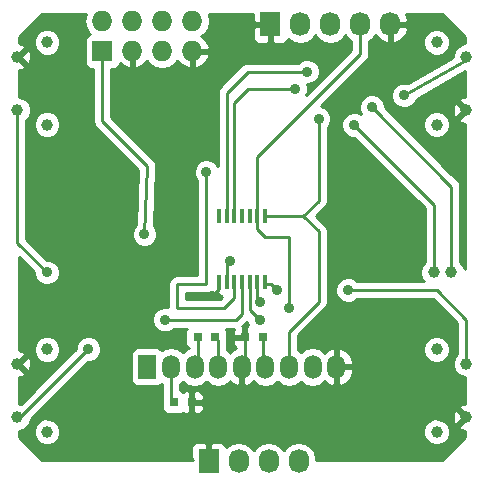
<source format=gtl>
G04 #@! TF.FileFunction,Copper,L1,Top,Signal*
%FSLAX46Y46*%
G04 Gerber Fmt 4.6, Leading zero omitted, Abs format (unit mm)*
G04 Created by KiCad (PCBNEW (2014-11-17 BZR 5289)-product) date Thu 22 Jan 2015 10:16:19 AM EST*
%MOMM*%
G01*
G04 APERTURE LIST*
%ADD10C,0.100000*%
%ADD11R,0.800000X0.750000*%
%ADD12R,1.727200X2.032000*%
%ADD13O,1.727200X2.032000*%
%ADD14R,1.727200X1.727200*%
%ADD15O,1.727200X1.727200*%
%ADD16C,1.000000*%
%ADD17R,0.299720X1.300480*%
%ADD18C,1.000760*%
%ADD19R,1.500000X2.032000*%
%ADD20O,1.500000X2.032000*%
%ADD21C,0.889000*%
%ADD22C,0.254000*%
G04 APERTURE END LIST*
D10*
D11*
X212250000Y-146000000D03*
X213750000Y-146000000D03*
X215750000Y-140500000D03*
X214250000Y-140500000D03*
X219750000Y-140500000D03*
X218250000Y-140500000D03*
D12*
X220420000Y-114000000D03*
D13*
X222960000Y-114000000D03*
X225500000Y-114000000D03*
X228040000Y-114000000D03*
X230580000Y-114000000D03*
D14*
X206190000Y-116270000D03*
D15*
X206190000Y-113730000D03*
X208730000Y-116270000D03*
X208730000Y-113730000D03*
X211270000Y-116270000D03*
X211270000Y-113730000D03*
X213810000Y-116270000D03*
X213810000Y-113730000D03*
D12*
X215190000Y-151000000D03*
D13*
X217730000Y-151000000D03*
X220270000Y-151000000D03*
X222810000Y-151000000D03*
D16*
X199000000Y-147250000D03*
X199000000Y-142750000D03*
X201500000Y-148500000D03*
X201500000Y-141500000D03*
X199000000Y-121250000D03*
X199000000Y-116750000D03*
X201500000Y-122500000D03*
X201500000Y-115500000D03*
X237000000Y-116750000D03*
X237000000Y-121250000D03*
X234500000Y-115500000D03*
X234500000Y-122500000D03*
X237000000Y-142750000D03*
X237000000Y-147250000D03*
X234500000Y-141500000D03*
X234500000Y-148500000D03*
D17*
X216069600Y-135794000D03*
X216704600Y-135794000D03*
X217365000Y-135794000D03*
X218000000Y-135794000D03*
X218660400Y-135794000D03*
X219308100Y-135794000D03*
X219955800Y-135794000D03*
X219955800Y-130206000D03*
X219308100Y-130206000D03*
X218660400Y-130206000D03*
X218000000Y-130206000D03*
X217352300Y-130206000D03*
X216704600Y-130206000D03*
X216056900Y-130206000D03*
D18*
X234250700Y-135000000D03*
X235749300Y-135000000D03*
D19*
X210000000Y-143000000D03*
D20*
X212000000Y-143000000D03*
X214000000Y-143000000D03*
X216000000Y-143000000D03*
X218000000Y-143000000D03*
X220000000Y-143000000D03*
X222000000Y-143000000D03*
X224000000Y-143000000D03*
X226000000Y-143000000D03*
D21*
X204000000Y-130500000D03*
X232500000Y-130500000D03*
X211500000Y-135000000D03*
X215500000Y-137000000D03*
X224500000Y-122000000D03*
X209750000Y-131750000D03*
X217000000Y-134000000D03*
X215000000Y-126500000D03*
X222000000Y-138000000D03*
X211500000Y-139000000D03*
X205000000Y-141500000D03*
X219500000Y-139000000D03*
X201500000Y-135000000D03*
X219500000Y-137500000D03*
X231750000Y-120000000D03*
X221000000Y-136500000D03*
X227000000Y-136500000D03*
X227500000Y-122500000D03*
X222500000Y-119500000D03*
X229000000Y-121000000D03*
X223500000Y-118000000D03*
D22*
X212000000Y-145750000D02*
X212250000Y-146000000D01*
X212000000Y-143000000D02*
X212000000Y-145750000D01*
X218250000Y-142750000D02*
X218000000Y-143000000D01*
X218250000Y-140500000D02*
X218250000Y-142750000D01*
X216069600Y-136430400D02*
X215500000Y-137000000D01*
X216069600Y-135794000D02*
X216069600Y-136430400D01*
X216000000Y-140750000D02*
X215750000Y-140500000D01*
X216000000Y-143000000D02*
X216000000Y-140750000D01*
X214250000Y-142750000D02*
X214000000Y-143000000D01*
X214250000Y-140500000D02*
X214250000Y-142750000D01*
X219750000Y-142750000D02*
X220000000Y-143000000D01*
X219750000Y-140500000D02*
X219750000Y-142750000D01*
X222000000Y-140000000D02*
X224500000Y-137500000D01*
X224500000Y-137500000D02*
X224500000Y-131500000D01*
X224500000Y-131500000D02*
X223206000Y-130206000D01*
X223206000Y-130206000D02*
X219955800Y-130206000D01*
X222000000Y-143000000D02*
X222000000Y-140000000D01*
X224500000Y-128912000D02*
X224500000Y-122000000D01*
X223206000Y-130206000D02*
X224500000Y-128912000D01*
X206190000Y-122190000D02*
X210000000Y-126000000D01*
X210000000Y-126000000D02*
X209750000Y-131750000D01*
X217000000Y-134000000D02*
X216704600Y-134295400D01*
X206190000Y-116270000D02*
X206190000Y-122190000D01*
X216704600Y-134295400D02*
X216704600Y-135794000D01*
X217365000Y-135794000D02*
X217365000Y-137135000D01*
X216500000Y-138000000D02*
X217365000Y-137135000D01*
X212500000Y-138000000D02*
X216500000Y-138000000D01*
X212500000Y-136000000D02*
X212500000Y-138000000D01*
X215000000Y-126500000D02*
X215000000Y-136000000D01*
X215000000Y-136000000D02*
X212500000Y-136000000D01*
X222000000Y-138000000D02*
X222000000Y-132000000D01*
X222000000Y-132000000D02*
X220000000Y-132000000D01*
X220000000Y-132000000D02*
X219308100Y-131308100D01*
X219308100Y-131308100D02*
X219308100Y-130206000D01*
X228040000Y-116500000D02*
X219308100Y-125231900D01*
X219308100Y-125231900D02*
X219308100Y-130206000D01*
X228040000Y-114000000D02*
X228040000Y-116500000D01*
X218000000Y-138500000D02*
X217500000Y-139000000D01*
X217500000Y-139000000D02*
X212000000Y-139000000D01*
X218000000Y-135794000D02*
X218000000Y-138500000D01*
X211500000Y-139000000D02*
X217500000Y-139000000D01*
X199250000Y-147250000D02*
X205000000Y-141500000D01*
X199000000Y-147250000D02*
X199250000Y-147250000D01*
X201500000Y-135000000D02*
X201500000Y-135000000D01*
X218660400Y-138160400D02*
X218660400Y-135794000D01*
X219500000Y-139000000D02*
X218660400Y-138160400D01*
X199000000Y-121250000D02*
X199000000Y-132500000D01*
X199000000Y-132500000D02*
X201500000Y-135000000D01*
X219308100Y-135794000D02*
X219308100Y-137308100D01*
X219500000Y-137500000D02*
X219308100Y-137308100D01*
X231750000Y-120000000D02*
X237000000Y-117000000D01*
X237000000Y-117000000D02*
X237000000Y-116750000D01*
X220000000Y-136000000D02*
X219955800Y-135794000D01*
X227000000Y-136500000D02*
X233500000Y-136500000D01*
X233500000Y-136500000D02*
X234000000Y-136500000D01*
X234000000Y-136500000D02*
X234500000Y-136500000D01*
X234500000Y-136500000D02*
X237000000Y-139000000D01*
X237000000Y-139000000D02*
X237000000Y-142750000D01*
X220000000Y-136000000D02*
X220500000Y-136000000D01*
X221000000Y-136500000D02*
X220500000Y-136000000D01*
X234250700Y-129250700D02*
X227500000Y-122500000D01*
X222500000Y-119500000D02*
X221000000Y-119500000D01*
X221000000Y-119500000D02*
X218500000Y-119500000D01*
X218500000Y-119500000D02*
X217352300Y-120647700D01*
X217352300Y-120647700D02*
X217352300Y-130206000D01*
X234250700Y-135000000D02*
X234250700Y-129250700D01*
X235749300Y-127749300D02*
X229000000Y-121000000D01*
X223500000Y-118000000D02*
X218500000Y-118000000D01*
X218500000Y-118000000D02*
X218000000Y-118500000D01*
X235749300Y-128500000D02*
X235749300Y-127749300D01*
X235749300Y-135000000D02*
X235749300Y-128500000D01*
X216704600Y-119795400D02*
X218500000Y-118000000D01*
X216704600Y-130206000D02*
X216704600Y-119795400D01*
G36*
X216343129Y-137079240D02*
X216184369Y-137238000D01*
X213262000Y-137238000D01*
X213262000Y-136762000D01*
X215000000Y-136762000D01*
X215291605Y-136703996D01*
X215329521Y-136678661D01*
X215381413Y-136803939D01*
X215560042Y-136982567D01*
X215793431Y-137079240D01*
X215835920Y-137079240D01*
X215994670Y-136920490D01*
X215994670Y-136751445D01*
X216016413Y-136803938D01*
X216195041Y-136982567D01*
X216214785Y-136990745D01*
X216303280Y-137079240D01*
X216343129Y-137079240D01*
X216343129Y-137079240D01*
G37*
X216343129Y-137079240D02*
X216184369Y-137238000D01*
X213262000Y-137238000D01*
X213262000Y-136762000D01*
X215000000Y-136762000D01*
X215291605Y-136703996D01*
X215329521Y-136678661D01*
X215381413Y-136803939D01*
X215560042Y-136982567D01*
X215793431Y-137079240D01*
X215835920Y-137079240D01*
X215994670Y-136920490D01*
X215994670Y-136751445D01*
X216016413Y-136803938D01*
X216195041Y-136982567D01*
X216214785Y-136990745D01*
X216303280Y-137079240D01*
X216343129Y-137079240D01*
G36*
X218534825Y-139490924D02*
X218377000Y-139648750D01*
X218377000Y-140373000D01*
X218397000Y-140373000D01*
X218397000Y-140627000D01*
X218377000Y-140627000D01*
X218377000Y-140647000D01*
X218123000Y-140647000D01*
X218123000Y-140627000D01*
X217373750Y-140627000D01*
X217215000Y-140785750D01*
X217215000Y-141001310D01*
X217311673Y-141234699D01*
X217490302Y-141413327D01*
X217537510Y-141432881D01*
X217110460Y-141664855D01*
X217017601Y-141779569D01*
X216979343Y-141722312D01*
X216762000Y-141577088D01*
X216762000Y-141056836D01*
X216785000Y-141001310D01*
X216785000Y-140748691D01*
X216785000Y-139998691D01*
X216688327Y-139765302D01*
X216685025Y-139762000D01*
X217314974Y-139762000D01*
X217311673Y-139765301D01*
X217215000Y-139998690D01*
X217215000Y-140214250D01*
X217373750Y-140373000D01*
X218123000Y-140373000D01*
X218123000Y-139648750D01*
X218023379Y-139549129D01*
X218038815Y-139538815D01*
X218420362Y-139157268D01*
X218420313Y-139213784D01*
X218534825Y-139490924D01*
X218534825Y-139490924D01*
G37*
X218534825Y-139490924D02*
X218377000Y-139648750D01*
X218377000Y-140373000D01*
X218397000Y-140373000D01*
X218397000Y-140627000D01*
X218377000Y-140627000D01*
X218377000Y-140647000D01*
X218123000Y-140647000D01*
X218123000Y-140627000D01*
X217373750Y-140627000D01*
X217215000Y-140785750D01*
X217215000Y-141001310D01*
X217311673Y-141234699D01*
X217490302Y-141413327D01*
X217537510Y-141432881D01*
X217110460Y-141664855D01*
X217017601Y-141779569D01*
X216979343Y-141722312D01*
X216762000Y-141577088D01*
X216762000Y-141056836D01*
X216785000Y-141001310D01*
X216785000Y-140748691D01*
X216785000Y-139998691D01*
X216688327Y-139765302D01*
X216685025Y-139762000D01*
X217314974Y-139762000D01*
X217311673Y-139765301D01*
X217215000Y-139998690D01*
X217215000Y-140214250D01*
X217373750Y-140373000D01*
X218123000Y-140373000D01*
X218123000Y-139648750D01*
X218023379Y-139549129D01*
X218038815Y-139538815D01*
X218420362Y-139157268D01*
X218420313Y-139213784D01*
X218534825Y-139490924D01*
G36*
X236873000Y-148947395D02*
X235635197Y-150185198D01*
X235635197Y-148275225D01*
X235635197Y-141275225D01*
X235462767Y-140857914D01*
X235143765Y-140538355D01*
X234726756Y-140365197D01*
X234275225Y-140364803D01*
X233857914Y-140537233D01*
X233538355Y-140856235D01*
X233365197Y-141273244D01*
X233364803Y-141724775D01*
X233537233Y-142142086D01*
X233856235Y-142461645D01*
X234273244Y-142634803D01*
X234724775Y-142635197D01*
X235142086Y-142462767D01*
X235461645Y-142143765D01*
X235634803Y-141726756D01*
X235635197Y-141275225D01*
X235635197Y-148275225D01*
X235462767Y-147857914D01*
X235143765Y-147538355D01*
X234726756Y-147365197D01*
X234275225Y-147364803D01*
X233857914Y-147537233D01*
X233538355Y-147856235D01*
X233365197Y-148273244D01*
X233364803Y-148724775D01*
X233537233Y-149142086D01*
X233856235Y-149461645D01*
X234273244Y-149634803D01*
X234724775Y-149635197D01*
X235142086Y-149462767D01*
X235461645Y-149143765D01*
X235634803Y-148726756D01*
X235635197Y-148275225D01*
X235635197Y-150185198D01*
X234947395Y-150873000D01*
X227385000Y-150873000D01*
X227385000Y-143393000D01*
X227385000Y-143127000D01*
X227385000Y-142873000D01*
X227385000Y-142607000D01*
X227230972Y-142086651D01*
X226889540Y-141664855D01*
X226412684Y-141405827D01*
X226341185Y-141391682D01*
X226127000Y-141514344D01*
X226127000Y-142873000D01*
X227385000Y-142873000D01*
X227385000Y-143127000D01*
X226127000Y-143127000D01*
X226127000Y-144485656D01*
X226341185Y-144608318D01*
X226412684Y-144594173D01*
X226889540Y-144335145D01*
X227230972Y-143913349D01*
X227385000Y-143393000D01*
X227385000Y-150873000D01*
X224308600Y-150873000D01*
X224308600Y-150815255D01*
X224194526Y-150241766D01*
X223869670Y-149755585D01*
X223383489Y-149430729D01*
X222810000Y-149316655D01*
X222236511Y-149430729D01*
X221750330Y-149755585D01*
X221540000Y-150070365D01*
X221329670Y-149755585D01*
X220843489Y-149430729D01*
X220270000Y-149316655D01*
X219696511Y-149430729D01*
X219210330Y-149755585D01*
X219000000Y-150070365D01*
X218789670Y-149755585D01*
X218303489Y-149430729D01*
X217730000Y-149316655D01*
X217156511Y-149430729D01*
X216670330Y-149755585D01*
X216655500Y-149777779D01*
X216591927Y-149624301D01*
X216413298Y-149445673D01*
X216179909Y-149349000D01*
X215475750Y-149349000D01*
X215317000Y-149507750D01*
X215317000Y-150873000D01*
X215063000Y-150873000D01*
X215063000Y-149507750D01*
X214904250Y-149349000D01*
X214785000Y-149349000D01*
X214785000Y-146501310D01*
X214785000Y-146285750D01*
X214785000Y-145714250D01*
X214785000Y-145498690D01*
X214688327Y-145265301D01*
X214509698Y-145086673D01*
X214276309Y-144990000D01*
X214035750Y-144990000D01*
X213877000Y-145148750D01*
X213877000Y-145873000D01*
X214626250Y-145873000D01*
X214785000Y-145714250D01*
X214785000Y-146285750D01*
X214626250Y-146127000D01*
X213877000Y-146127000D01*
X213877000Y-146851250D01*
X214035750Y-147010000D01*
X214276309Y-147010000D01*
X214509698Y-146913327D01*
X214688327Y-146734699D01*
X214785000Y-146501310D01*
X214785000Y-149349000D01*
X214200091Y-149349000D01*
X213966702Y-149445673D01*
X213788073Y-149624301D01*
X213691400Y-149857690D01*
X213691400Y-150110309D01*
X213691400Y-150714250D01*
X213850148Y-150872998D01*
X213691400Y-150872998D01*
X213691400Y-150873000D01*
X202635197Y-150873000D01*
X202635197Y-148275225D01*
X202462767Y-147857914D01*
X202143765Y-147538355D01*
X201726756Y-147365197D01*
X201275225Y-147364803D01*
X200857914Y-147537233D01*
X200538355Y-147856235D01*
X200365197Y-148273244D01*
X200364803Y-148724775D01*
X200537233Y-149142086D01*
X200856235Y-149461645D01*
X201273244Y-149634803D01*
X201724775Y-149635197D01*
X202142086Y-149462767D01*
X202461645Y-149143765D01*
X202634803Y-148726756D01*
X202635197Y-148275225D01*
X202635197Y-150873000D01*
X201052605Y-150873000D01*
X199127000Y-148947395D01*
X199127000Y-148385111D01*
X199224775Y-148385197D01*
X199642086Y-148212767D01*
X199961645Y-147893765D01*
X200134803Y-147476756D01*
X200134832Y-147442797D01*
X204998130Y-142579499D01*
X205213784Y-142579687D01*
X205610689Y-142415689D01*
X205914622Y-142112286D01*
X206079313Y-141715668D01*
X206079687Y-141286216D01*
X205915689Y-140889311D01*
X205612286Y-140585378D01*
X205215668Y-140420687D01*
X204786216Y-140420313D01*
X204389311Y-140584311D01*
X204085378Y-140887714D01*
X203920687Y-141284332D01*
X203920497Y-141501872D01*
X202635197Y-142787172D01*
X202635197Y-141275225D01*
X202635197Y-122275225D01*
X202635197Y-115275225D01*
X202462767Y-114857914D01*
X202143765Y-114538355D01*
X201726756Y-114365197D01*
X201275225Y-114364803D01*
X200857914Y-114537233D01*
X200538355Y-114856235D01*
X200365197Y-115273244D01*
X200364803Y-115724775D01*
X200537233Y-116142086D01*
X200856235Y-116461645D01*
X201273244Y-116634803D01*
X201724775Y-116635197D01*
X202142086Y-116462767D01*
X202461645Y-116143765D01*
X202634803Y-115726756D01*
X202635197Y-115275225D01*
X202635197Y-122275225D01*
X202462767Y-121857914D01*
X202143765Y-121538355D01*
X201726756Y-121365197D01*
X201275225Y-121364803D01*
X200857914Y-121537233D01*
X200538355Y-121856235D01*
X200365197Y-122273244D01*
X200364803Y-122724775D01*
X200537233Y-123142086D01*
X200856235Y-123461645D01*
X201273244Y-123634803D01*
X201724775Y-123635197D01*
X202142086Y-123462767D01*
X202461645Y-123143765D01*
X202634803Y-122726756D01*
X202635197Y-122275225D01*
X202635197Y-141275225D01*
X202462767Y-140857914D01*
X202143765Y-140538355D01*
X201726756Y-140365197D01*
X201275225Y-140364803D01*
X200857914Y-140537233D01*
X200538355Y-140856235D01*
X200365197Y-141273244D01*
X200364803Y-141724775D01*
X200537233Y-142142086D01*
X200856235Y-142461645D01*
X201273244Y-142634803D01*
X201724775Y-142635197D01*
X202142086Y-142462767D01*
X202461645Y-142143765D01*
X202634803Y-141726756D01*
X202635197Y-141275225D01*
X202635197Y-142787172D01*
X200148112Y-145274257D01*
X200148112Y-142895028D01*
X200116217Y-142444625D01*
X200005217Y-142176648D01*
X199790104Y-142139501D01*
X199179605Y-142750000D01*
X199790104Y-143360499D01*
X200005217Y-143323352D01*
X200148112Y-142895028D01*
X200148112Y-145274257D01*
X199283578Y-146138791D01*
X199226756Y-146115197D01*
X199127000Y-146115109D01*
X199127000Y-143878848D01*
X199305375Y-143866217D01*
X199573352Y-143755217D01*
X199610499Y-143540104D01*
X199127000Y-143056605D01*
X199127000Y-142443395D01*
X199610499Y-141959896D01*
X199573352Y-141744783D01*
X199145028Y-141601888D01*
X199127000Y-141603164D01*
X199127000Y-133704630D01*
X200420500Y-134998130D01*
X200420313Y-135213784D01*
X200584311Y-135610689D01*
X200887714Y-135914622D01*
X201284332Y-136079313D01*
X201713784Y-136079687D01*
X202110689Y-135915689D01*
X202414622Y-135612286D01*
X202579313Y-135215668D01*
X202579687Y-134786216D01*
X202415689Y-134389311D01*
X202112286Y-134085378D01*
X201715668Y-133920687D01*
X201498127Y-133920497D01*
X200148112Y-132570482D01*
X200148112Y-116895028D01*
X200116217Y-116444625D01*
X200005217Y-116176648D01*
X199790104Y-116139501D01*
X199179605Y-116750000D01*
X199790104Y-117360499D01*
X200005217Y-117323352D01*
X200148112Y-116895028D01*
X200148112Y-132570482D01*
X199762000Y-132184370D01*
X199762000Y-122093062D01*
X199961645Y-121893765D01*
X200134803Y-121476756D01*
X200135197Y-121025225D01*
X199962767Y-120607914D01*
X199643765Y-120288355D01*
X199226756Y-120115197D01*
X199127000Y-120115109D01*
X199127000Y-117878848D01*
X199305375Y-117866217D01*
X199573352Y-117755217D01*
X199610499Y-117540104D01*
X199127000Y-117056605D01*
X199127000Y-116443395D01*
X199610499Y-115959896D01*
X199573352Y-115744783D01*
X199145028Y-115601888D01*
X199127000Y-115603164D01*
X199127000Y-115052605D01*
X201052605Y-113127000D01*
X204795833Y-113127000D01*
X204776115Y-113156511D01*
X204662041Y-113730000D01*
X204776115Y-114303489D01*
X205100971Y-114789670D01*
X205122023Y-114803736D01*
X204966702Y-114868073D01*
X204788073Y-115046701D01*
X204691400Y-115280090D01*
X204691400Y-115532709D01*
X204691400Y-117259909D01*
X204788073Y-117493298D01*
X204966701Y-117671927D01*
X205200090Y-117768600D01*
X205428000Y-117768600D01*
X205428000Y-122190000D01*
X205486004Y-122481605D01*
X205651185Y-122728815D01*
X209224158Y-126301789D01*
X209022000Y-130951416D01*
X208835378Y-131137714D01*
X208670687Y-131534332D01*
X208670313Y-131963784D01*
X208834311Y-132360689D01*
X209137714Y-132664622D01*
X209534332Y-132829313D01*
X209963784Y-132829687D01*
X210360689Y-132665689D01*
X210664622Y-132362286D01*
X210829313Y-131965668D01*
X210829687Y-131536216D01*
X210665689Y-131139311D01*
X210544547Y-131017958D01*
X210761281Y-126033099D01*
X210758720Y-126016485D01*
X210762000Y-126000000D01*
X210736166Y-125870127D01*
X210715998Y-125739250D01*
X210707275Y-125724881D01*
X210703996Y-125708396D01*
X210630425Y-125598289D01*
X210561711Y-125485098D01*
X210548155Y-125475162D01*
X210538816Y-125461185D01*
X206952000Y-121874369D01*
X206952000Y-117768600D01*
X207179909Y-117768600D01*
X207413298Y-117671927D01*
X207591927Y-117493299D01*
X207674528Y-117293880D01*
X207841510Y-117476821D01*
X208370973Y-117724968D01*
X208603000Y-117604469D01*
X208603000Y-116397000D01*
X208583000Y-116397000D01*
X208583000Y-116143000D01*
X208603000Y-116143000D01*
X208603000Y-116123000D01*
X208857000Y-116123000D01*
X208857000Y-116143000D01*
X208877000Y-116143000D01*
X208877000Y-116397000D01*
X208857000Y-116397000D01*
X208857000Y-117604469D01*
X209089027Y-117724968D01*
X209618490Y-117476821D01*
X210000007Y-117058839D01*
X210180971Y-117329670D01*
X210667152Y-117654526D01*
X211240641Y-117768600D01*
X211299359Y-117768600D01*
X211872848Y-117654526D01*
X212359029Y-117329670D01*
X212539992Y-117058839D01*
X212921510Y-117476821D01*
X213450973Y-117724968D01*
X213683000Y-117604469D01*
X213683000Y-116397000D01*
X213663000Y-116397000D01*
X213663000Y-116143000D01*
X213683000Y-116143000D01*
X213683000Y-116123000D01*
X213937000Y-116123000D01*
X213937000Y-116143000D01*
X215143817Y-116143000D01*
X215264958Y-115910974D01*
X215092688Y-115495053D01*
X214698490Y-115063179D01*
X214575771Y-115005663D01*
X214899029Y-114789670D01*
X215223885Y-114303489D01*
X215337959Y-113730000D01*
X215223885Y-113156511D01*
X215204166Y-113127000D01*
X218921400Y-113127000D01*
X218921400Y-113714250D01*
X219080150Y-113873000D01*
X220293000Y-113873000D01*
X220293000Y-113853000D01*
X220547000Y-113853000D01*
X220547000Y-113873000D01*
X220567000Y-113873000D01*
X220567000Y-114127000D01*
X220547000Y-114127000D01*
X220547000Y-115492250D01*
X220705750Y-115651000D01*
X221409909Y-115651000D01*
X221643298Y-115554327D01*
X221821927Y-115375699D01*
X221885500Y-115222220D01*
X221900330Y-115244415D01*
X222386511Y-115569271D01*
X222960000Y-115683345D01*
X223533489Y-115569271D01*
X224019670Y-115244415D01*
X224230000Y-114929634D01*
X224440330Y-115244415D01*
X224926511Y-115569271D01*
X225500000Y-115683345D01*
X226073489Y-115569271D01*
X226559670Y-115244415D01*
X226770000Y-114929634D01*
X226980330Y-115244415D01*
X227278000Y-115443311D01*
X227278000Y-116184369D01*
X223460450Y-120001918D01*
X223579313Y-119715668D01*
X223579687Y-119286216D01*
X223494271Y-119079495D01*
X223713784Y-119079687D01*
X224110689Y-118915689D01*
X224414622Y-118612286D01*
X224579313Y-118215668D01*
X224579687Y-117786216D01*
X224415689Y-117389311D01*
X224112286Y-117085378D01*
X223715668Y-116920687D01*
X223286216Y-116920313D01*
X222889311Y-117084311D01*
X222735353Y-117238000D01*
X220293000Y-117238000D01*
X220293000Y-115492250D01*
X220293000Y-114127000D01*
X219080150Y-114127000D01*
X218921400Y-114285750D01*
X218921400Y-114889691D01*
X218921400Y-115142310D01*
X219018073Y-115375699D01*
X219196702Y-115554327D01*
X219430091Y-115651000D01*
X220134250Y-115651000D01*
X220293000Y-115492250D01*
X220293000Y-117238000D01*
X218500000Y-117238000D01*
X218208395Y-117296004D01*
X218109376Y-117362165D01*
X217961185Y-117461184D01*
X217461185Y-117961185D01*
X216165785Y-119256585D01*
X216000604Y-119503795D01*
X215942600Y-119795400D01*
X215942600Y-125954440D01*
X215915689Y-125889311D01*
X215612286Y-125585378D01*
X215264958Y-125441154D01*
X215264958Y-116629026D01*
X215143817Y-116397000D01*
X213937000Y-116397000D01*
X213937000Y-117604469D01*
X214169027Y-117724968D01*
X214698490Y-117476821D01*
X215092688Y-117044947D01*
X215264958Y-116629026D01*
X215264958Y-125441154D01*
X215215668Y-125420687D01*
X214786216Y-125420313D01*
X214389311Y-125584311D01*
X214085378Y-125887714D01*
X213920687Y-126284332D01*
X213920313Y-126713784D01*
X214084311Y-127110689D01*
X214238000Y-127264646D01*
X214238000Y-135238000D01*
X212500000Y-135238000D01*
X212208395Y-135296004D01*
X211961185Y-135461185D01*
X211796004Y-135708395D01*
X211738000Y-136000000D01*
X211738000Y-137929960D01*
X211715668Y-137920687D01*
X211286216Y-137920313D01*
X210889311Y-138084311D01*
X210585378Y-138387714D01*
X210420687Y-138784332D01*
X210420313Y-139213784D01*
X210584311Y-139610689D01*
X210887714Y-139914622D01*
X211284332Y-140079313D01*
X211713784Y-140079687D01*
X212110689Y-139915689D01*
X212264646Y-139762000D01*
X213314974Y-139762000D01*
X213311673Y-139765301D01*
X213215000Y-139998690D01*
X213215000Y-140251309D01*
X213215000Y-141001309D01*
X213311673Y-141234698D01*
X213488000Y-141411025D01*
X213488000Y-141418498D01*
X213469983Y-141422082D01*
X213020657Y-141722312D01*
X213000000Y-141753227D01*
X212979343Y-141722312D01*
X212530017Y-141422082D01*
X212000000Y-141316655D01*
X211469983Y-141422082D01*
X211239866Y-141575841D01*
X211109699Y-141445673D01*
X210876310Y-141349000D01*
X210623691Y-141349000D01*
X209123691Y-141349000D01*
X208890302Y-141445673D01*
X208711673Y-141624301D01*
X208615000Y-141857690D01*
X208615000Y-142110309D01*
X208615000Y-144142309D01*
X208711673Y-144375698D01*
X208890301Y-144554327D01*
X209123690Y-144651000D01*
X209376309Y-144651000D01*
X210876309Y-144651000D01*
X211109698Y-144554327D01*
X211238000Y-144426025D01*
X211238000Y-145443163D01*
X211215000Y-145498690D01*
X211215000Y-145751309D01*
X211215000Y-146501309D01*
X211311673Y-146734698D01*
X211490301Y-146913327D01*
X211723690Y-147010000D01*
X211976309Y-147010000D01*
X212776309Y-147010000D01*
X213000000Y-146917344D01*
X213223691Y-147010000D01*
X213464250Y-147010000D01*
X213623000Y-146851250D01*
X213623000Y-146127000D01*
X213603000Y-146127000D01*
X213603000Y-145873000D01*
X213623000Y-145873000D01*
X213623000Y-145148750D01*
X213464250Y-144990000D01*
X213223691Y-144990000D01*
X213000000Y-145082655D01*
X212776310Y-144990000D01*
X212762000Y-144990000D01*
X212762000Y-144422911D01*
X212979343Y-144277688D01*
X213000000Y-144246772D01*
X213020657Y-144277688D01*
X213469983Y-144577918D01*
X214000000Y-144683345D01*
X214530017Y-144577918D01*
X214979343Y-144277688D01*
X215000000Y-144246772D01*
X215020657Y-144277688D01*
X215469983Y-144577918D01*
X216000000Y-144683345D01*
X216530017Y-144577918D01*
X216979343Y-144277688D01*
X217017601Y-144220430D01*
X217110460Y-144335145D01*
X217587316Y-144594173D01*
X217658815Y-144608318D01*
X217873000Y-144485656D01*
X217873000Y-143127000D01*
X217853000Y-143127000D01*
X217853000Y-142873000D01*
X217873000Y-142873000D01*
X217873000Y-142853000D01*
X218127000Y-142853000D01*
X218127000Y-142873000D01*
X218147000Y-142873000D01*
X218147000Y-143127000D01*
X218127000Y-143127000D01*
X218127000Y-144485656D01*
X218341185Y-144608318D01*
X218412684Y-144594173D01*
X218889540Y-144335145D01*
X218982398Y-144220430D01*
X219020657Y-144277688D01*
X219469983Y-144577918D01*
X220000000Y-144683345D01*
X220530017Y-144577918D01*
X220979343Y-144277688D01*
X221000000Y-144246772D01*
X221020657Y-144277688D01*
X221469983Y-144577918D01*
X222000000Y-144683345D01*
X222530017Y-144577918D01*
X222979343Y-144277688D01*
X223000000Y-144246772D01*
X223020657Y-144277688D01*
X223469983Y-144577918D01*
X224000000Y-144683345D01*
X224530017Y-144577918D01*
X224979343Y-144277688D01*
X225017601Y-144220430D01*
X225110460Y-144335145D01*
X225587316Y-144594173D01*
X225658815Y-144608318D01*
X225873000Y-144485656D01*
X225873000Y-143127000D01*
X225853000Y-143127000D01*
X225853000Y-142873000D01*
X225873000Y-142873000D01*
X225873000Y-141514344D01*
X225658815Y-141391682D01*
X225587316Y-141405827D01*
X225110460Y-141664855D01*
X225017601Y-141779569D01*
X224979343Y-141722312D01*
X224530017Y-141422082D01*
X224000000Y-141316655D01*
X223469983Y-141422082D01*
X223020657Y-141722312D01*
X223000000Y-141753227D01*
X222979343Y-141722312D01*
X222762000Y-141577088D01*
X222762000Y-140315630D01*
X225038815Y-138038815D01*
X225203996Y-137791605D01*
X225203996Y-137791604D01*
X225262000Y-137500000D01*
X225262000Y-131500000D01*
X225203996Y-131208395D01*
X225038815Y-130961185D01*
X225038815Y-130961184D01*
X224283630Y-130206000D01*
X225038815Y-129450816D01*
X225038815Y-129450815D01*
X225203996Y-129203605D01*
X225261999Y-128912000D01*
X225262000Y-128912000D01*
X225262000Y-122764641D01*
X225414622Y-122612286D01*
X225579313Y-122215668D01*
X225579687Y-121786216D01*
X225415689Y-121389311D01*
X225112286Y-121085378D01*
X224715668Y-120920687D01*
X224696959Y-120920670D01*
X228578815Y-117038816D01*
X228578815Y-117038815D01*
X228743996Y-116791605D01*
X228801999Y-116500000D01*
X228802000Y-116500000D01*
X228802000Y-115443311D01*
X229099670Y-115244415D01*
X229306460Y-114934930D01*
X229677964Y-115350732D01*
X230205209Y-115604709D01*
X230220974Y-115607358D01*
X230453000Y-115486217D01*
X230453000Y-114127000D01*
X230433000Y-114127000D01*
X230433000Y-113873000D01*
X230453000Y-113873000D01*
X230453000Y-113853000D01*
X230707000Y-113853000D01*
X230707000Y-113873000D01*
X231920924Y-113873000D01*
X232065184Y-113638087D01*
X231886407Y-113127000D01*
X234947395Y-113127000D01*
X236873000Y-115052605D01*
X236873000Y-115614888D01*
X236775225Y-115614803D01*
X236357914Y-115787233D01*
X236038355Y-116106235D01*
X235865197Y-116523244D01*
X235864980Y-116770948D01*
X235635197Y-116902252D01*
X235635197Y-115275225D01*
X235462767Y-114857914D01*
X235143765Y-114538355D01*
X234726756Y-114365197D01*
X234275225Y-114364803D01*
X233857914Y-114537233D01*
X233538355Y-114856235D01*
X233365197Y-115273244D01*
X233364803Y-115724775D01*
X233537233Y-116142086D01*
X233856235Y-116461645D01*
X234273244Y-116634803D01*
X234724775Y-116635197D01*
X235142086Y-116462767D01*
X235461645Y-116143765D01*
X235634803Y-115726756D01*
X235635197Y-115275225D01*
X235635197Y-116902252D01*
X232065184Y-118942259D01*
X232065184Y-114361913D01*
X231920924Y-114127000D01*
X230707000Y-114127000D01*
X230707000Y-115486217D01*
X230939026Y-115607358D01*
X230954791Y-115604709D01*
X231482036Y-115350732D01*
X231871954Y-114914320D01*
X232065184Y-114361913D01*
X232065184Y-118942259D01*
X232045167Y-118953698D01*
X231965668Y-118920687D01*
X231536216Y-118920313D01*
X231139311Y-119084311D01*
X230835378Y-119387714D01*
X230670687Y-119784332D01*
X230670313Y-120213784D01*
X230834311Y-120610689D01*
X231137714Y-120914622D01*
X231534332Y-121079313D01*
X231963784Y-121079687D01*
X232360689Y-120915689D01*
X232664622Y-120612286D01*
X232804696Y-120274950D01*
X236873000Y-117950205D01*
X236873000Y-120121151D01*
X236694625Y-120133783D01*
X236426648Y-120244783D01*
X236389501Y-120459896D01*
X236873000Y-120943395D01*
X236873000Y-121556605D01*
X236820395Y-121609210D01*
X236820395Y-121250000D01*
X236209896Y-120639501D01*
X235994783Y-120676648D01*
X235851888Y-121104972D01*
X235883783Y-121555375D01*
X235994783Y-121823352D01*
X236209896Y-121860499D01*
X236820395Y-121250000D01*
X236820395Y-121609210D01*
X236389501Y-122040104D01*
X236426648Y-122255217D01*
X236854972Y-122398112D01*
X236873000Y-122396835D01*
X236873000Y-134746407D01*
X236712389Y-134357699D01*
X236511300Y-134156258D01*
X236511300Y-128500000D01*
X236511300Y-127749300D01*
X236453297Y-127457696D01*
X236453296Y-127457695D01*
X236288116Y-127210485D01*
X235635197Y-126557566D01*
X235635197Y-122275225D01*
X235462767Y-121857914D01*
X235143765Y-121538355D01*
X234726756Y-121365197D01*
X234275225Y-121364803D01*
X233857914Y-121537233D01*
X233538355Y-121856235D01*
X233365197Y-122273244D01*
X233364803Y-122724775D01*
X233537233Y-123142086D01*
X233856235Y-123461645D01*
X234273244Y-123634803D01*
X234724775Y-123635197D01*
X235142086Y-123462767D01*
X235461645Y-123143765D01*
X235634803Y-122726756D01*
X235635197Y-122275225D01*
X235635197Y-126557566D01*
X230079499Y-121001869D01*
X230079687Y-120786216D01*
X229915689Y-120389311D01*
X229612286Y-120085378D01*
X229215668Y-119920687D01*
X228786216Y-119920313D01*
X228389311Y-120084311D01*
X228085378Y-120387714D01*
X227920687Y-120784332D01*
X227920313Y-121213784D01*
X228065892Y-121566113D01*
X227715668Y-121420687D01*
X227286216Y-121420313D01*
X226889311Y-121584311D01*
X226585378Y-121887714D01*
X226420687Y-122284332D01*
X226420313Y-122713784D01*
X226584311Y-123110689D01*
X226887714Y-123414622D01*
X227284332Y-123579313D01*
X227501872Y-123579502D01*
X233488700Y-129566330D01*
X233488700Y-134156401D01*
X233288733Y-134356019D01*
X233115518Y-134773168D01*
X233115124Y-135224850D01*
X233287611Y-135642301D01*
X233383142Y-135738000D01*
X227764641Y-135738000D01*
X227612286Y-135585378D01*
X227215668Y-135420687D01*
X226786216Y-135420313D01*
X226389311Y-135584311D01*
X226085378Y-135887714D01*
X225920687Y-136284332D01*
X225920313Y-136713784D01*
X226084311Y-137110689D01*
X226387714Y-137414622D01*
X226784332Y-137579313D01*
X227213784Y-137579687D01*
X227610689Y-137415689D01*
X227764646Y-137262000D01*
X233500000Y-137262000D01*
X234000000Y-137262000D01*
X234184370Y-137262000D01*
X236238000Y-139315630D01*
X236238000Y-141906937D01*
X236038355Y-142106235D01*
X235865197Y-142523244D01*
X235864803Y-142974775D01*
X236037233Y-143392086D01*
X236356235Y-143711645D01*
X236773244Y-143884803D01*
X236873000Y-143884890D01*
X236873000Y-146121151D01*
X236694625Y-146133783D01*
X236426648Y-146244783D01*
X236389501Y-146459896D01*
X236873000Y-146943395D01*
X236873000Y-147556605D01*
X236820395Y-147609210D01*
X236820395Y-147250000D01*
X236209896Y-146639501D01*
X235994783Y-146676648D01*
X235851888Y-147104972D01*
X235883783Y-147555375D01*
X235994783Y-147823352D01*
X236209896Y-147860499D01*
X236820395Y-147250000D01*
X236820395Y-147609210D01*
X236389501Y-148040104D01*
X236426648Y-148255217D01*
X236854972Y-148398112D01*
X236873000Y-148396835D01*
X236873000Y-148947395D01*
X236873000Y-148947395D01*
G37*
X236873000Y-148947395D02*
X235635197Y-150185198D01*
X235635197Y-148275225D01*
X235635197Y-141275225D01*
X235462767Y-140857914D01*
X235143765Y-140538355D01*
X234726756Y-140365197D01*
X234275225Y-140364803D01*
X233857914Y-140537233D01*
X233538355Y-140856235D01*
X233365197Y-141273244D01*
X233364803Y-141724775D01*
X233537233Y-142142086D01*
X233856235Y-142461645D01*
X234273244Y-142634803D01*
X234724775Y-142635197D01*
X235142086Y-142462767D01*
X235461645Y-142143765D01*
X235634803Y-141726756D01*
X235635197Y-141275225D01*
X235635197Y-148275225D01*
X235462767Y-147857914D01*
X235143765Y-147538355D01*
X234726756Y-147365197D01*
X234275225Y-147364803D01*
X233857914Y-147537233D01*
X233538355Y-147856235D01*
X233365197Y-148273244D01*
X233364803Y-148724775D01*
X233537233Y-149142086D01*
X233856235Y-149461645D01*
X234273244Y-149634803D01*
X234724775Y-149635197D01*
X235142086Y-149462767D01*
X235461645Y-149143765D01*
X235634803Y-148726756D01*
X235635197Y-148275225D01*
X235635197Y-150185198D01*
X234947395Y-150873000D01*
X227385000Y-150873000D01*
X227385000Y-143393000D01*
X227385000Y-143127000D01*
X227385000Y-142873000D01*
X227385000Y-142607000D01*
X227230972Y-142086651D01*
X226889540Y-141664855D01*
X226412684Y-141405827D01*
X226341185Y-141391682D01*
X226127000Y-141514344D01*
X226127000Y-142873000D01*
X227385000Y-142873000D01*
X227385000Y-143127000D01*
X226127000Y-143127000D01*
X226127000Y-144485656D01*
X226341185Y-144608318D01*
X226412684Y-144594173D01*
X226889540Y-144335145D01*
X227230972Y-143913349D01*
X227385000Y-143393000D01*
X227385000Y-150873000D01*
X224308600Y-150873000D01*
X224308600Y-150815255D01*
X224194526Y-150241766D01*
X223869670Y-149755585D01*
X223383489Y-149430729D01*
X222810000Y-149316655D01*
X222236511Y-149430729D01*
X221750330Y-149755585D01*
X221540000Y-150070365D01*
X221329670Y-149755585D01*
X220843489Y-149430729D01*
X220270000Y-149316655D01*
X219696511Y-149430729D01*
X219210330Y-149755585D01*
X219000000Y-150070365D01*
X218789670Y-149755585D01*
X218303489Y-149430729D01*
X217730000Y-149316655D01*
X217156511Y-149430729D01*
X216670330Y-149755585D01*
X216655500Y-149777779D01*
X216591927Y-149624301D01*
X216413298Y-149445673D01*
X216179909Y-149349000D01*
X215475750Y-149349000D01*
X215317000Y-149507750D01*
X215317000Y-150873000D01*
X215063000Y-150873000D01*
X215063000Y-149507750D01*
X214904250Y-149349000D01*
X214785000Y-149349000D01*
X214785000Y-146501310D01*
X214785000Y-146285750D01*
X214785000Y-145714250D01*
X214785000Y-145498690D01*
X214688327Y-145265301D01*
X214509698Y-145086673D01*
X214276309Y-144990000D01*
X214035750Y-144990000D01*
X213877000Y-145148750D01*
X213877000Y-145873000D01*
X214626250Y-145873000D01*
X214785000Y-145714250D01*
X214785000Y-146285750D01*
X214626250Y-146127000D01*
X213877000Y-146127000D01*
X213877000Y-146851250D01*
X214035750Y-147010000D01*
X214276309Y-147010000D01*
X214509698Y-146913327D01*
X214688327Y-146734699D01*
X214785000Y-146501310D01*
X214785000Y-149349000D01*
X214200091Y-149349000D01*
X213966702Y-149445673D01*
X213788073Y-149624301D01*
X213691400Y-149857690D01*
X213691400Y-150110309D01*
X213691400Y-150714250D01*
X213850148Y-150872998D01*
X213691400Y-150872998D01*
X213691400Y-150873000D01*
X202635197Y-150873000D01*
X202635197Y-148275225D01*
X202462767Y-147857914D01*
X202143765Y-147538355D01*
X201726756Y-147365197D01*
X201275225Y-147364803D01*
X200857914Y-147537233D01*
X200538355Y-147856235D01*
X200365197Y-148273244D01*
X200364803Y-148724775D01*
X200537233Y-149142086D01*
X200856235Y-149461645D01*
X201273244Y-149634803D01*
X201724775Y-149635197D01*
X202142086Y-149462767D01*
X202461645Y-149143765D01*
X202634803Y-148726756D01*
X202635197Y-148275225D01*
X202635197Y-150873000D01*
X201052605Y-150873000D01*
X199127000Y-148947395D01*
X199127000Y-148385111D01*
X199224775Y-148385197D01*
X199642086Y-148212767D01*
X199961645Y-147893765D01*
X200134803Y-147476756D01*
X200134832Y-147442797D01*
X204998130Y-142579499D01*
X205213784Y-142579687D01*
X205610689Y-142415689D01*
X205914622Y-142112286D01*
X206079313Y-141715668D01*
X206079687Y-141286216D01*
X205915689Y-140889311D01*
X205612286Y-140585378D01*
X205215668Y-140420687D01*
X204786216Y-140420313D01*
X204389311Y-140584311D01*
X204085378Y-140887714D01*
X203920687Y-141284332D01*
X203920497Y-141501872D01*
X202635197Y-142787172D01*
X202635197Y-141275225D01*
X202635197Y-122275225D01*
X202635197Y-115275225D01*
X202462767Y-114857914D01*
X202143765Y-114538355D01*
X201726756Y-114365197D01*
X201275225Y-114364803D01*
X200857914Y-114537233D01*
X200538355Y-114856235D01*
X200365197Y-115273244D01*
X200364803Y-115724775D01*
X200537233Y-116142086D01*
X200856235Y-116461645D01*
X201273244Y-116634803D01*
X201724775Y-116635197D01*
X202142086Y-116462767D01*
X202461645Y-116143765D01*
X202634803Y-115726756D01*
X202635197Y-115275225D01*
X202635197Y-122275225D01*
X202462767Y-121857914D01*
X202143765Y-121538355D01*
X201726756Y-121365197D01*
X201275225Y-121364803D01*
X200857914Y-121537233D01*
X200538355Y-121856235D01*
X200365197Y-122273244D01*
X200364803Y-122724775D01*
X200537233Y-123142086D01*
X200856235Y-123461645D01*
X201273244Y-123634803D01*
X201724775Y-123635197D01*
X202142086Y-123462767D01*
X202461645Y-123143765D01*
X202634803Y-122726756D01*
X202635197Y-122275225D01*
X202635197Y-141275225D01*
X202462767Y-140857914D01*
X202143765Y-140538355D01*
X201726756Y-140365197D01*
X201275225Y-140364803D01*
X200857914Y-140537233D01*
X200538355Y-140856235D01*
X200365197Y-141273244D01*
X200364803Y-141724775D01*
X200537233Y-142142086D01*
X200856235Y-142461645D01*
X201273244Y-142634803D01*
X201724775Y-142635197D01*
X202142086Y-142462767D01*
X202461645Y-142143765D01*
X202634803Y-141726756D01*
X202635197Y-141275225D01*
X202635197Y-142787172D01*
X200148112Y-145274257D01*
X200148112Y-142895028D01*
X200116217Y-142444625D01*
X200005217Y-142176648D01*
X199790104Y-142139501D01*
X199179605Y-142750000D01*
X199790104Y-143360499D01*
X200005217Y-143323352D01*
X200148112Y-142895028D01*
X200148112Y-145274257D01*
X199283578Y-146138791D01*
X199226756Y-146115197D01*
X199127000Y-146115109D01*
X199127000Y-143878848D01*
X199305375Y-143866217D01*
X199573352Y-143755217D01*
X199610499Y-143540104D01*
X199127000Y-143056605D01*
X199127000Y-142443395D01*
X199610499Y-141959896D01*
X199573352Y-141744783D01*
X199145028Y-141601888D01*
X199127000Y-141603164D01*
X199127000Y-133704630D01*
X200420500Y-134998130D01*
X200420313Y-135213784D01*
X200584311Y-135610689D01*
X200887714Y-135914622D01*
X201284332Y-136079313D01*
X201713784Y-136079687D01*
X202110689Y-135915689D01*
X202414622Y-135612286D01*
X202579313Y-135215668D01*
X202579687Y-134786216D01*
X202415689Y-134389311D01*
X202112286Y-134085378D01*
X201715668Y-133920687D01*
X201498127Y-133920497D01*
X200148112Y-132570482D01*
X200148112Y-116895028D01*
X200116217Y-116444625D01*
X200005217Y-116176648D01*
X199790104Y-116139501D01*
X199179605Y-116750000D01*
X199790104Y-117360499D01*
X200005217Y-117323352D01*
X200148112Y-116895028D01*
X200148112Y-132570482D01*
X199762000Y-132184370D01*
X199762000Y-122093062D01*
X199961645Y-121893765D01*
X200134803Y-121476756D01*
X200135197Y-121025225D01*
X199962767Y-120607914D01*
X199643765Y-120288355D01*
X199226756Y-120115197D01*
X199127000Y-120115109D01*
X199127000Y-117878848D01*
X199305375Y-117866217D01*
X199573352Y-117755217D01*
X199610499Y-117540104D01*
X199127000Y-117056605D01*
X199127000Y-116443395D01*
X199610499Y-115959896D01*
X199573352Y-115744783D01*
X199145028Y-115601888D01*
X199127000Y-115603164D01*
X199127000Y-115052605D01*
X201052605Y-113127000D01*
X204795833Y-113127000D01*
X204776115Y-113156511D01*
X204662041Y-113730000D01*
X204776115Y-114303489D01*
X205100971Y-114789670D01*
X205122023Y-114803736D01*
X204966702Y-114868073D01*
X204788073Y-115046701D01*
X204691400Y-115280090D01*
X204691400Y-115532709D01*
X204691400Y-117259909D01*
X204788073Y-117493298D01*
X204966701Y-117671927D01*
X205200090Y-117768600D01*
X205428000Y-117768600D01*
X205428000Y-122190000D01*
X205486004Y-122481605D01*
X205651185Y-122728815D01*
X209224158Y-126301789D01*
X209022000Y-130951416D01*
X208835378Y-131137714D01*
X208670687Y-131534332D01*
X208670313Y-131963784D01*
X208834311Y-132360689D01*
X209137714Y-132664622D01*
X209534332Y-132829313D01*
X209963784Y-132829687D01*
X210360689Y-132665689D01*
X210664622Y-132362286D01*
X210829313Y-131965668D01*
X210829687Y-131536216D01*
X210665689Y-131139311D01*
X210544547Y-131017958D01*
X210761281Y-126033099D01*
X210758720Y-126016485D01*
X210762000Y-126000000D01*
X210736166Y-125870127D01*
X210715998Y-125739250D01*
X210707275Y-125724881D01*
X210703996Y-125708396D01*
X210630425Y-125598289D01*
X210561711Y-125485098D01*
X210548155Y-125475162D01*
X210538816Y-125461185D01*
X206952000Y-121874369D01*
X206952000Y-117768600D01*
X207179909Y-117768600D01*
X207413298Y-117671927D01*
X207591927Y-117493299D01*
X207674528Y-117293880D01*
X207841510Y-117476821D01*
X208370973Y-117724968D01*
X208603000Y-117604469D01*
X208603000Y-116397000D01*
X208583000Y-116397000D01*
X208583000Y-116143000D01*
X208603000Y-116143000D01*
X208603000Y-116123000D01*
X208857000Y-116123000D01*
X208857000Y-116143000D01*
X208877000Y-116143000D01*
X208877000Y-116397000D01*
X208857000Y-116397000D01*
X208857000Y-117604469D01*
X209089027Y-117724968D01*
X209618490Y-117476821D01*
X210000007Y-117058839D01*
X210180971Y-117329670D01*
X210667152Y-117654526D01*
X211240641Y-117768600D01*
X211299359Y-117768600D01*
X211872848Y-117654526D01*
X212359029Y-117329670D01*
X212539992Y-117058839D01*
X212921510Y-117476821D01*
X213450973Y-117724968D01*
X213683000Y-117604469D01*
X213683000Y-116397000D01*
X213663000Y-116397000D01*
X213663000Y-116143000D01*
X213683000Y-116143000D01*
X213683000Y-116123000D01*
X213937000Y-116123000D01*
X213937000Y-116143000D01*
X215143817Y-116143000D01*
X215264958Y-115910974D01*
X215092688Y-115495053D01*
X214698490Y-115063179D01*
X214575771Y-115005663D01*
X214899029Y-114789670D01*
X215223885Y-114303489D01*
X215337959Y-113730000D01*
X215223885Y-113156511D01*
X215204166Y-113127000D01*
X218921400Y-113127000D01*
X218921400Y-113714250D01*
X219080150Y-113873000D01*
X220293000Y-113873000D01*
X220293000Y-113853000D01*
X220547000Y-113853000D01*
X220547000Y-113873000D01*
X220567000Y-113873000D01*
X220567000Y-114127000D01*
X220547000Y-114127000D01*
X220547000Y-115492250D01*
X220705750Y-115651000D01*
X221409909Y-115651000D01*
X221643298Y-115554327D01*
X221821927Y-115375699D01*
X221885500Y-115222220D01*
X221900330Y-115244415D01*
X222386511Y-115569271D01*
X222960000Y-115683345D01*
X223533489Y-115569271D01*
X224019670Y-115244415D01*
X224230000Y-114929634D01*
X224440330Y-115244415D01*
X224926511Y-115569271D01*
X225500000Y-115683345D01*
X226073489Y-115569271D01*
X226559670Y-115244415D01*
X226770000Y-114929634D01*
X226980330Y-115244415D01*
X227278000Y-115443311D01*
X227278000Y-116184369D01*
X223460450Y-120001918D01*
X223579313Y-119715668D01*
X223579687Y-119286216D01*
X223494271Y-119079495D01*
X223713784Y-119079687D01*
X224110689Y-118915689D01*
X224414622Y-118612286D01*
X224579313Y-118215668D01*
X224579687Y-117786216D01*
X224415689Y-117389311D01*
X224112286Y-117085378D01*
X223715668Y-116920687D01*
X223286216Y-116920313D01*
X222889311Y-117084311D01*
X222735353Y-117238000D01*
X220293000Y-117238000D01*
X220293000Y-115492250D01*
X220293000Y-114127000D01*
X219080150Y-114127000D01*
X218921400Y-114285750D01*
X218921400Y-114889691D01*
X218921400Y-115142310D01*
X219018073Y-115375699D01*
X219196702Y-115554327D01*
X219430091Y-115651000D01*
X220134250Y-115651000D01*
X220293000Y-115492250D01*
X220293000Y-117238000D01*
X218500000Y-117238000D01*
X218208395Y-117296004D01*
X218109376Y-117362165D01*
X217961185Y-117461184D01*
X217461185Y-117961185D01*
X216165785Y-119256585D01*
X216000604Y-119503795D01*
X215942600Y-119795400D01*
X215942600Y-125954440D01*
X215915689Y-125889311D01*
X215612286Y-125585378D01*
X215264958Y-125441154D01*
X215264958Y-116629026D01*
X215143817Y-116397000D01*
X213937000Y-116397000D01*
X213937000Y-117604469D01*
X214169027Y-117724968D01*
X214698490Y-117476821D01*
X215092688Y-117044947D01*
X215264958Y-116629026D01*
X215264958Y-125441154D01*
X215215668Y-125420687D01*
X214786216Y-125420313D01*
X214389311Y-125584311D01*
X214085378Y-125887714D01*
X213920687Y-126284332D01*
X213920313Y-126713784D01*
X214084311Y-127110689D01*
X214238000Y-127264646D01*
X214238000Y-135238000D01*
X212500000Y-135238000D01*
X212208395Y-135296004D01*
X211961185Y-135461185D01*
X211796004Y-135708395D01*
X211738000Y-136000000D01*
X211738000Y-137929960D01*
X211715668Y-137920687D01*
X211286216Y-137920313D01*
X210889311Y-138084311D01*
X210585378Y-138387714D01*
X210420687Y-138784332D01*
X210420313Y-139213784D01*
X210584311Y-139610689D01*
X210887714Y-139914622D01*
X211284332Y-140079313D01*
X211713784Y-140079687D01*
X212110689Y-139915689D01*
X212264646Y-139762000D01*
X213314974Y-139762000D01*
X213311673Y-139765301D01*
X213215000Y-139998690D01*
X213215000Y-140251309D01*
X213215000Y-141001309D01*
X213311673Y-141234698D01*
X213488000Y-141411025D01*
X213488000Y-141418498D01*
X213469983Y-141422082D01*
X213020657Y-141722312D01*
X213000000Y-141753227D01*
X212979343Y-141722312D01*
X212530017Y-141422082D01*
X212000000Y-141316655D01*
X211469983Y-141422082D01*
X211239866Y-141575841D01*
X211109699Y-141445673D01*
X210876310Y-141349000D01*
X210623691Y-141349000D01*
X209123691Y-141349000D01*
X208890302Y-141445673D01*
X208711673Y-141624301D01*
X208615000Y-141857690D01*
X208615000Y-142110309D01*
X208615000Y-144142309D01*
X208711673Y-144375698D01*
X208890301Y-144554327D01*
X209123690Y-144651000D01*
X209376309Y-144651000D01*
X210876309Y-144651000D01*
X211109698Y-144554327D01*
X211238000Y-144426025D01*
X211238000Y-145443163D01*
X211215000Y-145498690D01*
X211215000Y-145751309D01*
X211215000Y-146501309D01*
X211311673Y-146734698D01*
X211490301Y-146913327D01*
X211723690Y-147010000D01*
X211976309Y-147010000D01*
X212776309Y-147010000D01*
X213000000Y-146917344D01*
X213223691Y-147010000D01*
X213464250Y-147010000D01*
X213623000Y-146851250D01*
X213623000Y-146127000D01*
X213603000Y-146127000D01*
X213603000Y-145873000D01*
X213623000Y-145873000D01*
X213623000Y-145148750D01*
X213464250Y-144990000D01*
X213223691Y-144990000D01*
X213000000Y-145082655D01*
X212776310Y-144990000D01*
X212762000Y-144990000D01*
X212762000Y-144422911D01*
X212979343Y-144277688D01*
X213000000Y-144246772D01*
X213020657Y-144277688D01*
X213469983Y-144577918D01*
X214000000Y-144683345D01*
X214530017Y-144577918D01*
X214979343Y-144277688D01*
X215000000Y-144246772D01*
X215020657Y-144277688D01*
X215469983Y-144577918D01*
X216000000Y-144683345D01*
X216530017Y-144577918D01*
X216979343Y-144277688D01*
X217017601Y-144220430D01*
X217110460Y-144335145D01*
X217587316Y-144594173D01*
X217658815Y-144608318D01*
X217873000Y-144485656D01*
X217873000Y-143127000D01*
X217853000Y-143127000D01*
X217853000Y-142873000D01*
X217873000Y-142873000D01*
X217873000Y-142853000D01*
X218127000Y-142853000D01*
X218127000Y-142873000D01*
X218147000Y-142873000D01*
X218147000Y-143127000D01*
X218127000Y-143127000D01*
X218127000Y-144485656D01*
X218341185Y-144608318D01*
X218412684Y-144594173D01*
X218889540Y-144335145D01*
X218982398Y-144220430D01*
X219020657Y-144277688D01*
X219469983Y-144577918D01*
X220000000Y-144683345D01*
X220530017Y-144577918D01*
X220979343Y-144277688D01*
X221000000Y-144246772D01*
X221020657Y-144277688D01*
X221469983Y-144577918D01*
X222000000Y-144683345D01*
X222530017Y-144577918D01*
X222979343Y-144277688D01*
X223000000Y-144246772D01*
X223020657Y-144277688D01*
X223469983Y-144577918D01*
X224000000Y-144683345D01*
X224530017Y-144577918D01*
X224979343Y-144277688D01*
X225017601Y-144220430D01*
X225110460Y-144335145D01*
X225587316Y-144594173D01*
X225658815Y-144608318D01*
X225873000Y-144485656D01*
X225873000Y-143127000D01*
X225853000Y-143127000D01*
X225853000Y-142873000D01*
X225873000Y-142873000D01*
X225873000Y-141514344D01*
X225658815Y-141391682D01*
X225587316Y-141405827D01*
X225110460Y-141664855D01*
X225017601Y-141779569D01*
X224979343Y-141722312D01*
X224530017Y-141422082D01*
X224000000Y-141316655D01*
X223469983Y-141422082D01*
X223020657Y-141722312D01*
X223000000Y-141753227D01*
X222979343Y-141722312D01*
X222762000Y-141577088D01*
X222762000Y-140315630D01*
X225038815Y-138038815D01*
X225203996Y-137791605D01*
X225203996Y-137791604D01*
X225262000Y-137500000D01*
X225262000Y-131500000D01*
X225203996Y-131208395D01*
X225038815Y-130961185D01*
X225038815Y-130961184D01*
X224283630Y-130206000D01*
X225038815Y-129450816D01*
X225038815Y-129450815D01*
X225203996Y-129203605D01*
X225261999Y-128912000D01*
X225262000Y-128912000D01*
X225262000Y-122764641D01*
X225414622Y-122612286D01*
X225579313Y-122215668D01*
X225579687Y-121786216D01*
X225415689Y-121389311D01*
X225112286Y-121085378D01*
X224715668Y-120920687D01*
X224696959Y-120920670D01*
X228578815Y-117038816D01*
X228578815Y-117038815D01*
X228743996Y-116791605D01*
X228801999Y-116500000D01*
X228802000Y-116500000D01*
X228802000Y-115443311D01*
X229099670Y-115244415D01*
X229306460Y-114934930D01*
X229677964Y-115350732D01*
X230205209Y-115604709D01*
X230220974Y-115607358D01*
X230453000Y-115486217D01*
X230453000Y-114127000D01*
X230433000Y-114127000D01*
X230433000Y-113873000D01*
X230453000Y-113873000D01*
X230453000Y-113853000D01*
X230707000Y-113853000D01*
X230707000Y-113873000D01*
X231920924Y-113873000D01*
X232065184Y-113638087D01*
X231886407Y-113127000D01*
X234947395Y-113127000D01*
X236873000Y-115052605D01*
X236873000Y-115614888D01*
X236775225Y-115614803D01*
X236357914Y-115787233D01*
X236038355Y-116106235D01*
X235865197Y-116523244D01*
X235864980Y-116770948D01*
X235635197Y-116902252D01*
X235635197Y-115275225D01*
X235462767Y-114857914D01*
X235143765Y-114538355D01*
X234726756Y-114365197D01*
X234275225Y-114364803D01*
X233857914Y-114537233D01*
X233538355Y-114856235D01*
X233365197Y-115273244D01*
X233364803Y-115724775D01*
X233537233Y-116142086D01*
X233856235Y-116461645D01*
X234273244Y-116634803D01*
X234724775Y-116635197D01*
X235142086Y-116462767D01*
X235461645Y-116143765D01*
X235634803Y-115726756D01*
X235635197Y-115275225D01*
X235635197Y-116902252D01*
X232065184Y-118942259D01*
X232065184Y-114361913D01*
X231920924Y-114127000D01*
X230707000Y-114127000D01*
X230707000Y-115486217D01*
X230939026Y-115607358D01*
X230954791Y-115604709D01*
X231482036Y-115350732D01*
X231871954Y-114914320D01*
X232065184Y-114361913D01*
X232065184Y-118942259D01*
X232045167Y-118953698D01*
X231965668Y-118920687D01*
X231536216Y-118920313D01*
X231139311Y-119084311D01*
X230835378Y-119387714D01*
X230670687Y-119784332D01*
X230670313Y-120213784D01*
X230834311Y-120610689D01*
X231137714Y-120914622D01*
X231534332Y-121079313D01*
X231963784Y-121079687D01*
X232360689Y-120915689D01*
X232664622Y-120612286D01*
X232804696Y-120274950D01*
X236873000Y-117950205D01*
X236873000Y-120121151D01*
X236694625Y-120133783D01*
X236426648Y-120244783D01*
X236389501Y-120459896D01*
X236873000Y-120943395D01*
X236873000Y-121556605D01*
X236820395Y-121609210D01*
X236820395Y-121250000D01*
X236209896Y-120639501D01*
X235994783Y-120676648D01*
X235851888Y-121104972D01*
X235883783Y-121555375D01*
X235994783Y-121823352D01*
X236209896Y-121860499D01*
X236820395Y-121250000D01*
X236820395Y-121609210D01*
X236389501Y-122040104D01*
X236426648Y-122255217D01*
X236854972Y-122398112D01*
X236873000Y-122396835D01*
X236873000Y-134746407D01*
X236712389Y-134357699D01*
X236511300Y-134156258D01*
X236511300Y-128500000D01*
X236511300Y-127749300D01*
X236453297Y-127457696D01*
X236453296Y-127457695D01*
X236288116Y-127210485D01*
X235635197Y-126557566D01*
X235635197Y-122275225D01*
X235462767Y-121857914D01*
X235143765Y-121538355D01*
X234726756Y-121365197D01*
X234275225Y-121364803D01*
X233857914Y-121537233D01*
X233538355Y-121856235D01*
X233365197Y-122273244D01*
X233364803Y-122724775D01*
X233537233Y-123142086D01*
X233856235Y-123461645D01*
X234273244Y-123634803D01*
X234724775Y-123635197D01*
X235142086Y-123462767D01*
X235461645Y-123143765D01*
X235634803Y-122726756D01*
X235635197Y-122275225D01*
X235635197Y-126557566D01*
X230079499Y-121001869D01*
X230079687Y-120786216D01*
X229915689Y-120389311D01*
X229612286Y-120085378D01*
X229215668Y-119920687D01*
X228786216Y-119920313D01*
X228389311Y-120084311D01*
X228085378Y-120387714D01*
X227920687Y-120784332D01*
X227920313Y-121213784D01*
X228065892Y-121566113D01*
X227715668Y-121420687D01*
X227286216Y-121420313D01*
X226889311Y-121584311D01*
X226585378Y-121887714D01*
X226420687Y-122284332D01*
X226420313Y-122713784D01*
X226584311Y-123110689D01*
X226887714Y-123414622D01*
X227284332Y-123579313D01*
X227501872Y-123579502D01*
X233488700Y-129566330D01*
X233488700Y-134156401D01*
X233288733Y-134356019D01*
X233115518Y-134773168D01*
X233115124Y-135224850D01*
X233287611Y-135642301D01*
X233383142Y-135738000D01*
X227764641Y-135738000D01*
X227612286Y-135585378D01*
X227215668Y-135420687D01*
X226786216Y-135420313D01*
X226389311Y-135584311D01*
X226085378Y-135887714D01*
X225920687Y-136284332D01*
X225920313Y-136713784D01*
X226084311Y-137110689D01*
X226387714Y-137414622D01*
X226784332Y-137579313D01*
X227213784Y-137579687D01*
X227610689Y-137415689D01*
X227764646Y-137262000D01*
X233500000Y-137262000D01*
X234000000Y-137262000D01*
X234184370Y-137262000D01*
X236238000Y-139315630D01*
X236238000Y-141906937D01*
X236038355Y-142106235D01*
X235865197Y-142523244D01*
X235864803Y-142974775D01*
X236037233Y-143392086D01*
X236356235Y-143711645D01*
X236773244Y-143884803D01*
X236873000Y-143884890D01*
X236873000Y-146121151D01*
X236694625Y-146133783D01*
X236426648Y-146244783D01*
X236389501Y-146459896D01*
X236873000Y-146943395D01*
X236873000Y-147556605D01*
X236820395Y-147609210D01*
X236820395Y-147250000D01*
X236209896Y-146639501D01*
X235994783Y-146676648D01*
X235851888Y-147104972D01*
X235883783Y-147555375D01*
X235994783Y-147823352D01*
X236209896Y-147860499D01*
X236820395Y-147250000D01*
X236820395Y-147609210D01*
X236389501Y-148040104D01*
X236426648Y-148255217D01*
X236854972Y-148398112D01*
X236873000Y-148396835D01*
X236873000Y-148947395D01*
M02*

</source>
